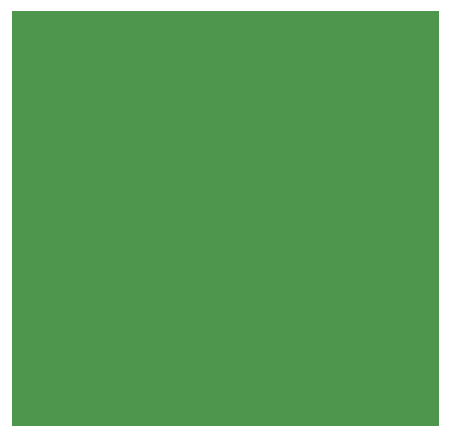
<source format=gbr>
G04 DipTrace 2.4.0.2*
%INBoard.gbr*%
%MOMM*%
%ADD11C,0.14*%
%FSLAX53Y53*%
G04*
G71*
G90*
G75*
G01*
%LNBoardPoly*%
%LPD*%
G36*
X152Y35379D2*
D11*
X-36061D1*
Y227D1*
X152D1*
Y35379D1*
G37*
M02*

</source>
